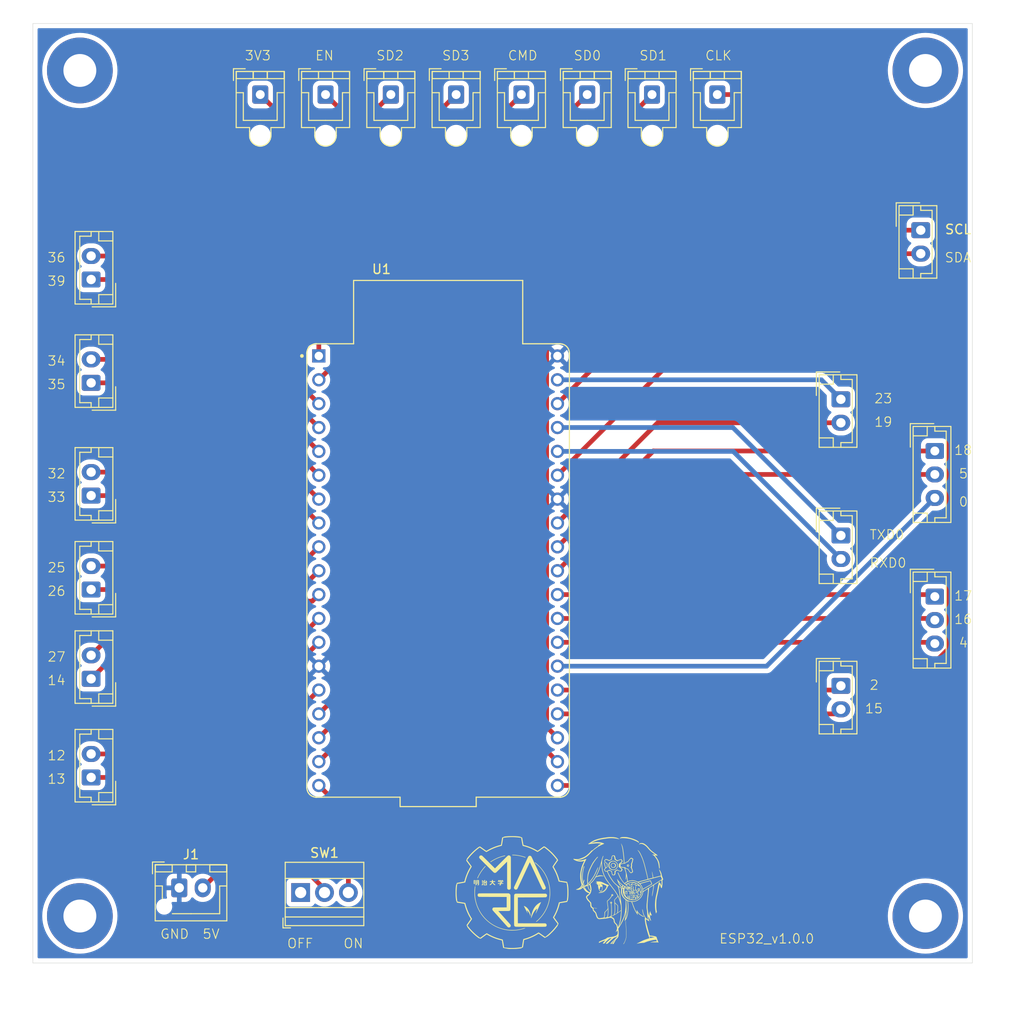
<source format=kicad_pcb>
(kicad_pcb (version 20240108) (generator "pcbnew") (generator_version "8.0")
  (layers (0 "F.Cu" signal) (31 "B.Cu" signal) (34 "B.Paste" user) (35 "F.Paste" user) (36 "B.SilkS" user "B.Silkscreen") (37 "F.SilkS" user "F.Silkscreen") (38 "B.Mask" user) (39 "F.Mask" user) (44 "Edge.Cuts" user))
  (net 0 "")
  (net 1 "Net-(J1-Pin_2)")
  (net 2 "Net-(J2-Pin_1)")
  (net 3 "Net-(J2-Pin_2)")
  (net 4 "Net-(J3-Pin_2)")
  (net 5 "Net-(J3-Pin_1)")
  (net 6 "Net-(J4-Pin_1)")
  (net 7 "Net-(J4-Pin_2)")
  (net 8 "Net-(J5-Pin_2)")
  (net 9 "Net-(J5-Pin_1)")
  (net 10 "Net-(J6-Pin_2)")
  (net 11 "Net-(J6-Pin_1)")
  (net 12 "Net-(J7-Pin_1)")
  (net 13 "Net-(J7-Pin_2)")
  (net 14 "Net-(J8-Pin_1)")
  (net 15 "Net-(J8-Pin_2)")
  (net 16 "Net-(J9-Pin_2)")
  (net 17 "Net-(J9-Pin_1)")
  (net 18 "Net-(J10-Pin_2)")
  (net 19 "Net-(J10-Pin_1)")
  (net 20 "Net-(J11-Pin_1)")
  (net 21 "Net-(J11-Pin_2)")
  (net 22 "Net-(J12-Pin_3)")
  (net 23 "Net-(J12-Pin_1)")
  (net 24 "Net-(J12-Pin_2)")
  (net 25 "Net-(J13-Pin_1)")
  (net 26 "Net-(J13-Pin_2)")
  (net 27 "Net-(J13-Pin_3)")
  (net 28 "Net-(J14-Pin_1)")
  (net 29 "Net-(J15-Pin_1)")
  (net 30 "Net-(J16-Pin_1)")
  (net 31 "Net-(J17-Pin_1)")
  (net 32 "Net-(J18-Pin_1)")
  (net 33 "Net-(J19-Pin_1)")
  (net 34 "Net-(J20-Pin_1)")
  (net 35 "Net-(J21-Pin_1)")
  (net 36 "Net-(SW1-A)")
  (net 38 "GND")
  (footprint "Connector_JST:JST_EH_B2B-EH-A_1x02_P2.50mm_Vertical" (layer "F.Cu") (at 18.2 62.25 90)
    (property "Reference" "J2" (hide yes))
    (property "Value" "Conn_01x02_Socket" (hide yes))
    (pad "1" thru_hole roundrect (at 0 0 90) (size 1.7 2) (drill 1) (layers "*.Cu" "*.Mask") (roundrect_rratio 0.147059) (net 2 "Net-(J2-Pin_1)"))
    (pad "2" thru_hole oval (at 2.5 0 90) (size 1.7 2) (drill 1) (layers "*.Cu" "*.Mask") (net 3 "Net-(J2-Pin_2)"))
  )
  (footprint "Connector_JST:JST_XH_B1B-XH-AM_1x01_P2.50mm_Vertical" (layer "F.Cu") (at 50.1 19.565)
    (property "Reference" "J16" (hide yes))
    (property "Value" "Conn_01x01_Socket" (hide yes))
    (pad "" np_thru_hole circle (at 0 4.35) (size 1.75 1.75) (drill 1.75) (layers "*.Cu" "*.Mask"))
    (pad "1" thru_hole roundrect (at 0 0) (size 1.7 1.95) (drill 0.95) (layers "*.Cu" "*.Mask") (roundrect_rratio 0.147059) (net 30 "Net-(J16-Pin_1)"))
  )
  (footprint "Connector_JST:JST_XH_B2B-XH-AM_1x02_P2.50mm_Vertical" (layer "F.Cu") (at 27.58 104)
    (property "Reference" "J1" (at 1.25 -3.55 0) (layer "F.SilkS"))
    (property "Value" "Conn_01x02_Socket" (hide yes))
    (pad "" np_thru_hole circle (at -1.6 2) (size 1.2 1.2) (drill 1.2) (layers "*.Cu" "*.Mask"))
    (pad "1" thru_hole roundrect (at 0 0) (size 1.7 2) (drill 1) (layers "*.Cu" "*.Mask") (roundrect_rratio 0.147059) (net 38 "GND"))
    (pad "2" thru_hole oval (at 2.5 0) (size 1.7 2) (drill 1) (layers "*.Cu" "*.Mask") (net 1 "Net-(J1-Pin_2)"))
  )
  (footprint "Connector_JST:JST_EH_B2B-EH-A_1x02_P2.50mm_Vertical" (layer "F.Cu") (at 18.2 92.25 90)
    (property "Reference" "J9" (hide yes))
    (property "Value" "Conn_01x02_Socket" (hide yes))
    (pad "1" thru_hole roundrect (at 0 0 90) (size 1.7 2) (drill 1) (layers "*.Cu" "*.Mask") (roundrect_rratio 0.147059) (net 17 "Net-(J9-Pin_1)"))
    (pad "2" thru_hole oval (at 2.5 0 90) (size 1.7 2) (drill 1) (layers "*.Cu" "*.Mask") (net 16 "Net-(J9-Pin_2)"))
  )
  (footprint "liblaly:MODULE_ESP32-DEVKITC-32E" (layer "F.Cu") (at 55.135 70.22)
    (property "Reference" "U1" (at -6.0325 -32.0675 0) (layer "F.SilkS"))
    (property "Value" "ESP32-DEVKITC-32E" (hide yes))
    (pad "J2_1" thru_hole rect (at -12.7 -22.835) (size 1.408 1.408) (drill 0.9) (layers "*.Cu" "*.Mask") (net 28 "Net-(J14-Pin_1)"))
    (pad "J2_2" thru_hole circle (at -12.7 -20.295) (size 1.408 1.408) (drill 0.9) (layers "*.Cu" "*.Mask") (net 29 "Net-(J15-Pin_1)"))
    (pad "J2_3" thru_hole circle (at -12.7 -17.755) (size 1.408 1.408) (drill 0.9) (layers "*.Cu" "*.Mask") (net 21 "Net-(J11-Pin_2)"))
    (pad "J2_4" thru_hole circle (at -12.7 -15.215) (size 1.408 1.408) (drill 0.9) (layers "*.Cu" "*.Mask") (net 20 "Net-(J11-Pin_1)"))
    (pad "J2_5" thru_hole circle (at -12.7 -12.675) (size 1.408 1.408) (drill 0.9) (layers "*.Cu" "*.Mask") (net 18 "Net-(J10-Pin_2)"))
    (pad "J2_6" thru_hole circle (at -12.7 -10.135) (size 1.408 1.408) (drill 0.9) (layers "*.Cu" "*.Mask") (net 19 "Net-(J10-Pin_1)"))
    (pad "J2_7" thru_hole circle (at -12.7 -7.595) (size 1.408 1.408) (drill 0.9) (layers "*.Cu" "*.Mask") (net 3 "Net-(J2-Pin_2)"))
    (pad "J2_8" thru_hole circle (at -12.7 -5.055) (size 1.408 1.408) (drill 0.9) (layers "*.Cu" "*.Mask") (net 2 "Net-(J2-Pin_1)"))
    (pad "J2_9" thru_hole circle (at -12.7 -2.515) (size 1.408 1.408) (drill 0.9) (layers "*.Cu" "*.Mask") (net 13 "Net-(J7-Pin_2)"))
    (pad "J2_10" thru_hole circle (at -12.7 0.025) (size 1.408 1.408) (drill 0.9) (layers "*.Cu" "*.Mask") (net 12 "Net-(J7-Pin_1)"))
    (pad "J2_11" thru_hole circle (at -12.7 2.565) (size 1.408 1.408) (drill 0.9) (layers "*.Cu" "*.Mask") (net 15 "Net-(J8-Pin_2)"))
    (pad "J2_12" thru_hole circle (at -12.7 5.105) (size 1.408 1.408) (drill 0.9) (layers "*.Cu" "*.Mask") (net 14 "Net-(J8-Pin_1)"))
    (pad "J2_13" thru_hole circle (at -12.7 7.645) (size 1.408 1.408) (drill 0.9) (layers "*.Cu" "*.Mask") (net 16 "Net-(J9-Pin_2)"))
    (pad "J2_14" thru_hole circle (at -12.7 10.185) (size 1.408 1.408) (drill 0.9) (layers "*.Cu" "*.Mask") (net 38 "GND"))
    (pad "J2_15" thru_hole circle (at -12.7 12.725) (size 1.408 1.408) (drill 0.9) (layers "*.Cu" "*.Mask") (net 17 "Net-(J9-Pin_1)"))
    (pad "J2_16" thru_hole circle (at -12.7 15.265) (size 1.408 1.408) (drill 0.9) (layers "*.Cu" "*.Mask") (net 30 "Net-(J16-Pin_1)"))
    (pad "J2_17" thru_hole circle (at -12.7 17.805) (size 1.408 1.408) (drill 0.9) (layers "*.Cu" "*.Mask") (net 31 "Net-(J17-Pin_1)"))
    (pad "J2_18" thru_hole circle (at -12.7 20.345) (size 1.408 1.408) (drill 0.9) (layers "*.Cu" "*.Mask") (net 32 "Net-(J18-Pin_1)"))
    (pad "J2_19" thru_hole circle (at -12.7 22.885) (size 1.408 1.408) (drill 0.9) (layers "*.Cu" "*.Mask") (net 36 "Net-(SW1-A)"))
    (pad "J3_1" thru_hole circle (at 12.7 -22.835) (size 1.408 1.408) (drill 0.9) (layers "*.Cu" "*.Mask") (net 38 "GND"))
    (pad "J3_2" thru_hole circle (at 12.7 -20.295) (size 1.408 1.408) (drill 0.9) (layers "*.Cu" "*.Mask") (net 5 "Net-(J3-Pin_1)"))
    (pad "J3_3" thru_hole circle (at 12.7 -17.755) (size 1.408 1.408) (drill 0.9) (layers "*.Cu" "*.Mask") (net 9 "Net-(J5-Pin_1)"))
    (pad "J3_4" thru_hole circle (at 12.7 -15.215) (size 1.408 1.408) (drill 0.9) (layers "*.Cu" "*.Mask") (net 6 "Net-(J4-Pin_1)"))
    (pad "J3_5" thru_hole circle (at 12.7 -12.675) (size 1.408 1.408) (drill 0.9) (layers "*.Cu" "*.Mask") (net 7 "Net-(J4-Pin_2)"))
    (pad "J3_6" thru_hole circle (at 12.7 -10.135) (size 1.408 1.408) (drill 0.9) (layers "*.Cu" "*.Mask") (net 8 "Net-(J5-Pin_2)"))
    (pad "J3_7" thru_hole circle (at 12.7 -7.595) (size 1.408 1.408) (drill 0.9) (layers "*.Cu" "*.Mask") (net 38 "GND"))
    (pad "J3_8" thru_hole circle (at 12.7 -5.055) (size 1.408 1.408) (drill 0.9) (layers "*.Cu" "*.Mask") (net 4 "Net-(J3-Pin_2)"))
    (pad "J3_9" thru_hole circle (at 12.7 -2.515) (size 1.408 1.408) (drill 0.9) (layers "*.Cu" "*.Mask") (net 25 "Net-(J13-Pin_1)"))
    (pad "J3_10" thru_hole circle (at 12.7 0.025) (size 1.408 1.408) (drill 0.9) (layers "*.Cu" "*.Mask") (net 26 "Net-(J13-Pin_2)"))
    (pad "J3_11" thru_hole circle (at 12.7 2.565) (size 1.408 1.408) (drill 0.9) (layers "*.Cu" "*.Mask") (net 23 "Net-(J12-Pin_1)"))
    (pad "J3_12" thru_hole circle (at 12.7 5.105) (size 1.408 1.408) (drill 0.9) (layers "*.Cu" "*.Mask") (net 24 "Net-(J12-Pin_2)"))
    (pad "J3_13" thru_hole circle (at 12.7 7.645) (size 1.408 1.408) (drill 0.9) (layers "*.Cu" "*.Mask") (net 22 "Net-(J12-Pin_3)"))
    (pad "J3_14" thru_hole circle (at 12.7 10.185) (size 1.408 1.408) (drill 0.9) (layers "*.Cu" "*.Mask") (net 27 "Net-(J13-Pin_3)"))
    (pad "J3_15" thru_hole circle (at 12.7 12.725) (size 1.408 1.408) (drill 0.9) (layers "*.Cu" "*.Mask") (net 11 "Net-(J6-Pin_1)"))
    (pad "J3_16" thru_hole circle (at 12.7 15.265) (size 1.408 1.408) (drill 0.9) (layers "*.Cu" "*.Mask") (net 10 "Net-(J6-Pin_2)"))
    (pad "J3_17" thru_hole circle (at 12.7 17.805) (size 1.408 1.408) (drill 0.9) (layers "*.Cu" "*.Mask") (net 33 "Net-(J19-Pin_1)"))
    (pad "J3_18" thru_hole circle (at 12.7 20.345) (size 1.408 1.408) (drill 0.9) (layers "*.Cu" "*.Mask") (net 34 "Net-(J20-Pin_1)"))
    (pad "J3_19" thru_hole circle (at 12.7 22.885) (size 1.408 1.408) (drill 0.9) (layers "*.Cu" "*.Mask") (net 35 "Net-(J21-Pin_1)"))
  )
  (footprint "00a:hole_M3" (layer "F.Cu") (at 107 107)
    (property "Reference" "REF**" (hide yes))
    (property "Value" "hole_M3")
    (pad "1" thru_hole circle (at 0 0) (size 7 7) (drill 3.5) (layers "*.Cu" "*.Mask"))
  )
  (footprint "Connector_JST:JST_EH_B2B-EH-A_1x02_P2.50mm_Vertical" (layer "F.Cu") (at 18.2 72.25 90)
    (property "Reference" "J7" (hide yes))
    (property "Value" "Conn_01x02_Socket" (hide yes))
    (pad "1" thru_hole roundrect (at 0 0 90) (size 1.7 2) (drill 1) (layers "*.Cu" "*.Mask") (roundrect_rratio 0.147059) (net 12 "Net-(J7-Pin_1)"))
    (pad "2" thru_hole oval (at 2.5 0 90) (size 1.7 2) (drill 1) (layers "*.Cu" "*.Mask") (net 13 "Net-(J7-Pin_2)"))
  )
  (footprint "Connector_JST:JST_EH_B3B-EH-A_1x03_P2.50mm_Vertical" (layer "F.Cu") (at 108 57.5 -90)
    (property "Reference" "J13" (hide yes))
    (property "Value" "Conn_01x03_Socket" (hide yes))
    (pad "1" thru_hole roundrect (at 0 0 270) (size 1.7 1.95) (drill 0.95) (layers "*.Cu" "*.Mask") (roundrect_rratio 0.147059) (net 25 "Net-(J13-Pin_1)"))
    (pad "2" thru_hole oval (at 2.5 0 270) (size 1.7 1.95) (drill 0.95) (layers "*.Cu" "*.Mask") (net 26 "Net-(J13-Pin_2)"))
    (pad "3" thru_hole oval (at 5 0 270) (size 1.7 1.95) (drill 0.95) (layers "*.Cu" "*.Mask") (net 27 "Net-(J13-Pin_3)"))
  )
  (footprint "00a:MARC_rogo" (layer "F.Cu") (at 63 104.5)
    (property "Reference" "G***" (hide yes))
    (property "Value" "LOGO" (hide yes))
  )
  (footprint "00a:hole_M3" (layer "F.Cu") (at 17 107)
    (property "Reference" "REF**" (hide yes))
    (property "Value" "hole_M3")
    (pad "1" thru_hole circle (at 0 0) (size 7 7) (drill 3.5) (layers "*.Cu" "*.Mask"))
  )
  (footprint "Connector_JST:JST_XH_B1B-XH-AM_1x01_P2.50mm_Vertical" (layer "F.Cu") (at 71 19.565)
    (property "Reference" "J20" (hide yes))
    (property "Value" "Conn_01x01_Socket" (hide yes))
    (pad "" np_thru_hole circle (at 0 4.35) (size 1.75 1.75) (drill 1.75) (layers "*.Cu" "*.Mask"))
    (pad "1" thru_hole roundrect (at 0 0) (size 1.7 1.95) (drill 0.95) (layers "*.Cu" "*.Mask") (roundrect_rratio 0.147059) (net 34 "Net-(J20-Pin_1)"))
  )
  (footprint "Connector_JST:JST_EH_B2B-EH-A_1x02_P2.50mm_Vertical" (layer "F.Cu") (at 98 82.5 -90)
    (property "Reference" "J6" (hide yes))
    (property "Value" "Conn_01x02_Socket" (hide yes))
    (pad "1" thru_hole roundrect (at 0 0 270) (size 1.7 2) (drill 1) (layers "*.Cu" "*.Mask") (roundrect_rratio 0.147059) (net 11 "Net-(J6-Pin_1)"))
    (pad "2" thru_hole oval (at 2.5 0 270) (size 1.7 2) (drill 1) (layers "*.Cu" "*.Mask") (net 10 "Net-(J6-Pin_2)"))
  )
  (footprint "Connector_JST:JST_XH_B1B-XH-AM_1x01_P2.50mm_Vertical" (layer "F.Cu") (at 43.15 19.565)
    (property "Reference" "J15" (hide yes))
    (property "Value" "Conn_01x01_Socket" (hide yes))
    (pad "" np_thru_hole circle (at 0 4.35) (size 1.75 1.75) (drill 1.75) (layers "*.Cu" "*.Mask"))
    (pad "1" thru_hole roundrect (at 0 0) (size 1.7 1.95) (drill 0.95) (layers "*.Cu" "*.Mask") (roundrect_rratio 0.147059) (net 29 "Net-(J15-Pin_1)"))
  )
  (footprint "00a:hole_M3" (layer "F.Cu") (at 17 17)
    (property "Reference" "REF**" (hide yes))
    (property "Value" "hole_M3")
    (pad "1" thru_hole circle (at 0 0) (size 7 7) (drill 3.5) (layers "*.Cu" "*.Mask"))
  )
  (footprint "Connector_JST:JST_EH_B2B-EH-A_1x02_P2.50mm_Vertical" (layer "F.Cu") (at 18.2 81.75 90)
    (property "Reference" "J8" (hide yes))
    (property "Value" "Conn_01x02_Socket" (hide yes))
    (pad "1" thru_hole roundrect (at 0 0 90) (size 1.7 2) (drill 1) (layers "*.Cu" "*.Mask") (roundrect_rratio 0.147059) (net 14 "Net-(J8-Pin_1)"))
    (pad "2" thru_hole oval (at 2.5 0 90) (size 1.7 2) (drill 1) (layers "*.Cu" "*.Mask") (net 15 "Net-(J8-Pin_2)"))
  )
  (footprint "Connector_JST:JST_XH_B1B-XH-AM_1x01_P2.50mm_Vertical" (layer "F.Cu") (at 57.05 19.565)
    (property "Reference" "J17" (hide yes))
    (property "Value" "Conn_01x01_Socket" (hide yes))
    (pad "" np_thru_hole circle (at 0 4.35) (size 1.75 1.75) (drill 1.75) (layers "*.Cu" "*.Mask"))
    (pad "1" thru_hole roundrect (at 0 0) (size 1.7 1.95) (drill 0.95) (layers "*.Cu" "*.Mask") (roundrect_rratio 0.147059) (net 31 "Net-(J17-Pin_1)"))
  )
  (footprint "Connector_JST:JST_EH_B2B-EH-A_1x02_P2.50mm_Vertical" (layer "F.Cu") (at 98 66.5 -90)
    (property "Reference" "J4" (hide yes))
    (property "Value" "Conn_01x02_Socket" (hide yes))
    (pad "1" thru_hole roundrect (at 0 0 270) (size 1.7 2) (drill 1) (layers "*.Cu" "*.Mask") (roundrect_rratio 0.147059) (net 6 "Net-(J4-Pin_1)"))
    (pad "2" thru_hole oval (at 2.5 0 270) (size 1.7 2) (drill 1) (layers "*.Cu" "*.Mask") (net 7 "Net-(J4-Pin_2)"))
  )
  (footprint "Connector_JST:JST_XH_B1B-XH-AM_1x01_P2.50mm_Vertical" (layer "F.Cu") (at 36.2 19.565)
    (property "Reference" "J14" (hide yes))
    (property "Value" "Conn_01x01_Socket" (hide yes))
    (pad "" np_thru_hole circle (at 0 4.35) (size 1.75 1.75) (drill 1.75) (layers "*.Cu" "*.Mask"))
    (pad "1" thru_hole roundrect (at 0 0) (size 1.7 1.95) (drill 0.95) (layers "*.Cu" "*.Mask") (roundrect_rratio 0.147059) (net 28 "Net-(J14-Pin_1)"))
  )
  (footprint "Connector_JST:JST_EH_B2B-EH-A_1x02_P2.50mm_Vertical" (layer "F.Cu") (at 18.2 39.25 90)
    (property "Reference" "J11" (hide yes))
    (property "Value" "Conn_01x02_Socket" (hide yes))
    (pad "1" thru_hole roundrect (at 0 0 90) (size 1.7 2) (drill 1) (layers "*.Cu" "*.Mask") (roundrect_rratio 0.147059) (net 20 "Net-(J11-Pin_1)"))
    (pad "2" thru_hole oval (at 2.5 0 90) (size 1.7 2) (drill 1) (layers "*.Cu" "*.Mask") (net 21 "Net-(J11-Pin_2)"))
  )
  (footprint "Connector_JST:JST_XH_B1B-XH-AM_1x01_P2.50mm_Vertical" (layer "F.Cu") (at 84.85 19.565)
    (property "Reference" "J21" (hide yes))
    (property "Value" "Conn_01x01_Socket" (hide yes))
    (pad "" np_thru_hole circle (at 0 4.35) (size 1.75 1.75) (drill 1.75) (layers "*.Cu" "*.Mask"))
    (pad "1" thru_hole roundrect (at 0 0) (size 1.7 1.95) (drill 0.95) (layers "*.Cu" "*.Mask") (roundrect_rratio 0.147059) (net 35 "Net-(J21-Pin_1)"))
  )
  (footprint "Connector_JST:JST_XH_B1B-XH-AM_1x01_P2.50mm_Vertical" (layer "F.Cu") (at 77.9 19.565)
    (property "Reference" "J19" (hide yes))
    (property "Value" "Conn_01x01_Socket" (hide yes))
    (pad "" np_thru_hole circle (at 0 4.35) (size 1.75 1.75) (drill 1.75) (layers "*.Cu" "*.Mask"))
    (pad "1" thru_hole roundrect (at 0 0) (size 1.7 1.95) (drill 0.95) (layers "*.Cu" "*.Mask") (roundrect_rratio 0.147059) (net 33 "Net-(J19-Pin_1)"))
  )
  (footprint "Connector_JST:JST_EH_B2B-EH-A_1x02_P2.50mm_Vertical" (layer "F.Cu") (at 106.5 34 -90)
    (property "Reference" "J5" (hide yes))
    (property "Value" "is2" (hide yes))
    (pad "1" thru_hole roundrect (at 0 0 270) (size 1.7 2) (drill 1) (layers "*.Cu" "*.Mask") (roundrect_rratio 0.147059) (net 9 "Net-(J5-Pin_1)"))
    (pad "2" thru_hole oval (at 2.5 0 270) (size 1.7 2) (drill 1) (layers "*.Cu" "*.Mask") (net 8 "Net-(J5-Pin_2)"))
  )
  (footprint "TerminalBlock:TerminalBlock_Xinya_XY308-2.54-3P_1x03_P2.54mm_Horizontal" (layer "F.Cu") (at 40.5 104.5)
    (property "Reference" "SW1" (at 2.54 -4.22 0) (layer "F.SilkS"))
    (property "Value" "SW_Nidec_CAS-120A1" (hide yes))
    (pad "1" thru_hole rect (at 0 0) (size 2 2) (drill 1.2) (layers "*.Cu" "*.Mask"))
    (pad "2" thru_hole circle (at 2.54 0) (size 2 2) (drill 1.2) (layers "*.Cu" "*.Mask") (net 1 "Net-(J1-Pin_2)"))
    (pad "3" thru_hole circle (at 5.08 0) (size 2 2) (drill 1.2) (layers "*.Cu" "*.Mask") (net 36 "Net-(SW1-A)"))
  )
  (footprint "Connector_JST:JST_EH_B2B-EH-A_1x02_P2.50mm_Vertical" (layer "F.Cu") (at 18.2 50.25 90)
    (property "Reference" "J10" (hide yes))
    (property "Value" "Conn_01x02_Socket" (hide yes))
    (pad "1" thru_hole roundrect (at 0 0 90) (size 1.7 2) (drill 1) (layers "*.Cu" "*.Mask") (roundrect_rratio 0.147059) (net 19 "Net-(J10-Pin_1)"))
    (pad "2" thru_hole oval (at 2.5 0 90) (size 1.7 2) (drill 1) (layers "*.Cu" "*.Mask") (net 18 "Net-(J10-Pin_2)"))
  )
  (footprint "00a:nuron" (layer "F.Cu") (at 75 104)
    (property "Reference" "G***" (hide yes))
    (property "Value" "LOGO" (hide yes))
  )
  (footprint "Connector_JST:JST_XH_B1B-XH-AM_1x01_P2.50mm_Vertical" (layer "F.Cu") (at 64 19.565)
    (property "Reference" "J18" (hide yes))
    (property "Value" "Conn_01x01_Socket" (hide yes))
    (pad "" np_thru_hole circle (at 0 4.35) (size 1.75 1.75) (drill 1.75) (layers "*.Cu" "*.Mask"))
    (pad "1" thru_hole roundrect (at 0 0) (size 1.7 1.95) (drill 0.95) (layers "*.Cu" "*.Mask") (roundrect_rratio 0.147059) (net 32 "Net-(J18-Pin_1)"))
  )
  (footprint "Connector_JST:JST_EH_B2B-EH-A_1x02_P2.50mm_Vertical" (layer "F.Cu") (at 98 52 -90)
    (property "Reference" "J3" (hide yes))
    (property "Value" "Conn_01x02_Socket" (hide yes))
    (pad "1" thru_hole roundrect (at 0 0 270) (size 1.7 2) (drill 1) (layers "*.Cu" "*.Mask") (roundrect_rratio 0.147059) (net 5 "Net-(J3-Pin_1)"))
    (pad "2" thru_hole oval (at 2.5 0 270) (size 1.7 2) (drill 1) (layers "*.Cu" "*.Mask") (net 4 "Net-(J3-Pin_2)"))
  )
  (footprint "00a:hole_M3" (layer "F.Cu") (at 107 17)
    (property "Reference" "REF**" (hide yes))
    (property "Value" "hole_M3")
    (pad "1" thru_hole circle (at 0 0) (size 7 7) (drill 3.5) (layers "*.Cu" "*.Mask"))
  )
  (footprint "Connector_JST:JST_EH_B3B-EH-A_1x03_P2.50mm_Vertical" (layer "F.Cu") (at 108 73 -90)
    (property "Reference" "J12" (hide yes))
    (property "Value" "Conn_01x03_Socket" (hide yes))
    (pad "1" thru_hole roundrect (at 0 0 270) (size 1.7 1.95) (drill 0.95) (layers "*.Cu" "*.Mask") (roundrect_rratio 0.147059) (net 23 "Net-(J12-Pin_1)"))
    (pad "2" thru_hole oval (at 2.5 0 270) (size 1.7 1.95) (drill 0.95) (layers "*.Cu" "*.Mask") (net 24 "Net-(J12-Pin_2)"))
    (pad "3" thru_hole oval (at 5 0 270) (size 1.7 1.95) (drill 0.95) (layers "*.Cu" "*.Mask") (net 22 "Net-(J12-Pin_3)"))
  )
  (gr_rect (start 12 12) (end 112 112) (stroke (width 0.05)) (fill none) (layer "Edge.Cuts"))
  (gr_text "27" (at 13.5 80 0) (layer "F.SilkS") (effects (font (size 1 1) (thickness 0.1)) (justify left bottom)))
  (gr_text "2" (at 101 83 0) (layer "F.SilkS") (effects (font (size 1 1) (thickness 0.1)) (justify left bottom)))
  (gr_text "SD3" (at 55.5 16 0) (layer "F.SilkS") (effects (font (size 1 1) (thickness 0.1)) (justify left bottom)))
  (gr_text "19" (at 101.5 55 0) (layer "F.SilkS") (effects (font (size 1 1) (thickness 0.1)) (justify left bottom)))
  (gr_text "GND" (at 25.5 109.5 0) (layer "F.SilkS") (effects (font (size 1 1) (thickness 0.1)) (justify left bottom)))
  (gr_text "39" (at 13.5 40 0) (layer "F.SilkS") (effects (font (size 1 1) (thickness 0.1)) (justify left bottom)))
  (gr_text "35" (at 13.5 51 0) (layer "F.SilkS") (effects (font (size 1 1) (thickness 0.1)) (justify left bottom)))
  (gr_text "25" (at 13.5 70.5 0) (layer "F.SilkS") (effects (font (size 1 1) (thickness 0.1)) (justify left bottom)))
  (gr_text "3V3" (at 34.5 16 0) (layer "F.SilkS") (effects (font (size 1 1) (thickness 0.1)) (justify left bottom)))
  (gr_text "SD2\n" (at 48.5 16 0) (layer "F.SilkS") (effects (font (size 1 1) (thickness 0.1)) (justify left bottom)))
  (gr_text "SD1" (at 76.5 16 0) (layer "F.SilkS") (effects (font (size 1 1) (thickness 0.1)) (justify left bottom)))
  (gr_text "34" (at 13.5 48.5 0) (layer "F.SilkS") (effects (font (size 1 1) (thickness 0.1)) (justify left bottom)))
  (gr_text "TXD0" (at 101 67 0) (layer "F.SilkS") (effects (font (size 1 1) (thickness 0.1)) (justify left bottom)))
  (gr_text "32" (at 13.5 60.5 0) (layer "F.SilkS") (effects (font (size 1 1) (thickness 0.1)) (justify left bottom)))
  (gr_text "CLK" (at 83.5 16 0) (layer "F.SilkS") (effects (font (size 1 1) (thickness 0.1)) (justify left bottom)))
  (gr_text "14" (at 13.5 82.5 0) (layer "F.SilkS") (effects (font (size 1 1) (thickness 0.1)) (justify left bottom)))
  (gr_text "17" (at 110 73.5 0) (layer "F.SilkS") (effects (font (size 1 1) (thickness 0.1)) (justify left bottom)))
  (gr_text "4" (at 110.5 78.5 0) (layer "F.SilkS") (effects (font (size 1 1) (thickness 0.1)) (justify left bottom)))
  (gr_text "16" (at 110 76 0) (layer "F.SilkS") (effects (font (size 1 1) (thickness 0.1)) (justify left bottom)))
  (gr_text "0" (at 110.5 63.5 0) (layer "F.SilkS") (effects (font (size 1 1) (thickness 0.1)) (justify left bottom)))
  (gr_text "13" (at 13.5 93 0) (layer "F.SilkS") (effects (font (size 1 1) (thickness 0.1)) (justify left bottom)))
  (gr_text "SD0\n" (at 69.5 16 0) (layer "F.SilkS") (effects (font (size 1 1) (thickness 0.1)) (justify left bottom)))
  (gr_text "CMD" (at 62.5 16 0) (layer "F.SilkS") (effects (font (size 1 1) (thickness 0.1)) (justify left bottom)))
  (gr_text "36" (at 13.5 37.5 0) (layer "F.SilkS") (effects (font (size 1 1) (thickness 0.1)) (justify left bottom)))
  (gr_text "RXD0" (at 101 70 0) (layer "F.SilkS") (effects (font (size 1 1) (thickness 0.1)) (justify left bottom)))
  (gr_text "26" (at 13.5 73 0) (layer "F.SilkS") (effects (font (size 1 1) (thickness 0.1)) (justify left bottom)))
  (gr_text "5V" (at 30 109.5 0) (layer "F.SilkS") (effects (font (size 1 1) (thickness 0.1)) (justify left bottom)))
  (gr_text "ESP32_v1.0.0" (at 85 110 0) (layer "F.SilkS") (effects (font (size 1 1) (thickness 0.1)) (justify left bottom)))
  (gr_text "18" (at 110 58 0) (layer "F.SilkS") (effects (font (size 1 1) (thickness 0.1)) (justify left bottom)))
  (gr_text "5" (at 110.5 60.5 0) (layer "F.SilkS") (effects (font (size 1 1) (thickness 0.1)) (justify left bottom)))
  (gr_text "33" (at 13.5 63 0) (layer "F.SilkS") (effects (font (size 1 1) (thickness 0.1)) (justify left bottom)))
  (gr_text "OFF\n" (at 39 110.5 0) (layer "F.SilkS") (effects (font (size 1 1) (thickness 0.1)) (justify left bottom)))
  (gr_text "EN" (at 42 16 0) (layer "F.SilkS") (effects (font (size 1 1) (thickness 0.1)) (justify left bottom)))
  (gr_text "12" (at 13.5 90.5 0) (layer "F.SilkS") (effects (font (size 1 1) (thickness 0.1)) (justify left bottom)))
  (gr_text "ON" (at 45 110.5 0) (layer "F.SilkS") (effects (font (size 1 1) (thickness 0.1)) (justify left bottom)))
  (gr_text "15" (at 100.5 85.5 0) (layer "F.SilkS") (effects (font (size 1 1) (thickness 0.1)) (justify left bottom)))
  (gr_text "SDA" (at 109 37.5 0) (layer "F.SilkS") (effects (font (size 1 1) (thickness 0.1)) (justify left bottom)))
  (gr_text "SCL" (at 109 34.5 0) (layer "F.SilkS") (effects (font (size 1 1)) (justify left bottom)))
  (gr_text "23" (at 101.5 52.5 0) (layer "F.SilkS") (effects (font (size 1 1) (thickness 0.1)) (justify left bottom)))
  (segment (start 43.04 104.14) (end 43.04 104.5) (width 0.5) (layer "F.Cu") (net 1))
  (segment (start 31.58 102.5) (end 41.4 102.5) (width 0.5) (layer "F.Cu") (net 1))
  (segment (start 41.4 102.5) (end 43.04 104.14) (width 0.5) (layer "F.Cu") (net 1))
  (segment (start 30.08 104) (end 31.58 102.5) (width 0.5) (layer "F.Cu") (net 1))
  (segment (start 18.2 62.25) (end 39.52 62.25) (width 0.5) (layer "F.Cu") (net 2))
  (segment (start 39.52 62.25) (end 42.435 65.165) (width 0.5) (layer "F.Cu") (net 2))
  (segment (start 39.56 59.75) (end 18.2 59.75) (width 0.5) (layer "F.Cu") (net 3))
  (segment (start 42.435 62.625) (end 39.56 59.75) (width 0.5) (layer "F.Cu") (net 3))
  (segment (start 78.5 54.5) (end 98 54.5) (width 0.5) (layer "F.Cu") (net 4))
  (segment (start 67.835 65.165) (end 78.5 54.5) (width 0.5) (layer "F.Cu") (net 4))
  (segment (start 95.925 49.925) (end 98 52) (width 0.5) (layer "B.Cu") (net 5))
  (segment (start 67.835 49.925) (end 95.925 49.925) (width 0.5) (layer "B.Cu") (net 5))
  (segment (start 86.505 55.005) (end 98 66.5) (width 0.5) (layer "B.Cu") (net 6))
  (segment (start 67.835 55.005) (end 86.505 55.005) (width 0.5) (layer "B.Cu") (net 6))
  (segment (start 67.835 57.545) (end 86.545 57.545) (width 0.5) (layer "B.Cu") (net 7))
  (segment (start 86.545 57.545) (end 98 69) (width 0.5) (layer "B.Cu") (net 7))
  (segment (start 91.42 36.5) (end 106.5 36.5) (width 0.5) (layer "F.Cu") (net 8))
  (segment (start 67.835 60.085) (end 91.42 36.5) (width 0.5) (layer "F.Cu") (net 8))
  (segment (start 67.835 52.465) (end 86.3 34) (width 0.5) (layer "F.Cu") (net 9))
  (segment (start 86.3 34) (end 106.5 34) (width 0.5) (layer "F.Cu") (net 9))
  (segment (start 67.835 85.485) (end 97.515 85.485) (width 0.5) (layer "F.Cu") (net 10))
  (segment (start 97.515 85.485) (end 98 85) (width 0.5) (layer "F.Cu") (net 10))
  (segment (start 67.835 82.945) (end 97.555 82.945) (width 0.5) (layer "F.Cu") (net 11))
  (segment (start 97.555 82.945) (end 98 82.5) (width 0.5) (layer "F.Cu") (net 11))
  (segment (start 40.43 72.25) (end 42.435 70.245) (width 0.5) (layer "F.Cu") (net 12))
  (segment (start 18.2 72.25) (end 40.43 72.25) (width 0.5) (layer "F.Cu") (net 12))
  (segment (start 40.39 69.75) (end 42.435 67.705) (width 0.5) (layer "F.Cu") (net 13))
  (segment (start 18.2 69.75) (end 40.39 69.75) (width 0.5) (layer "F.Cu") (net 13))
  (segment (start 20.699 79.251) (end 38.509 79.251) (width 0.5) (layer "F.Cu") (net 14))
  (segment (start 38.509 79.251) (end 42.435 75.325) (width 0.5) (layer "F.Cu") (net 14))
  (segment (start 18.2 81.75) (end 20.699 79.251) (width 0.5) (layer "F.Cu") (net 14))
  (segment (start 23.961 73.489) (end 18.2 79.25) (width 0.5) (layer "F.Cu") (net 15))
  (segment (start 42.435 72.785) (end 41.731 73.489) (width 0.5) (layer "F.Cu") (net 15))
  (segment (start 41.731 73.489) (end 23.961 73.489) (width 0.5) (layer "F.Cu") (net 15))
  (segment (start 18.2 89.75) (end 30.55 89.75) (width 0.5) (layer "F.Cu") (net 16))
  (segment (start 30.55 89.75) (end 42.435 77.865) (width 0.5) (layer "F.Cu") (net 16))
  (segment (start 33.13 92.25) (end 42.435 82.945) (width 0.5) (layer "F.Cu") (net 17))
  (segment (start 18.2 92.25) (end 33.13 92.25) (width 0.5) (layer "F.Cu") (net 17))
  (segment (start 32.64 47.75) (end 18.2 47.75) (width 0.5) (layer "F.Cu") (net 18))
  (segment (start 42.435 57.545) (end 32.64 47.75) (width 0.5) (layer "F.Cu") (net 18))
  (segment (start 18.2 50.25) (end 32.6 50.25) (width 0.5) (layer "F.Cu") (net 19))
  (segment (start 32.6 50.25) (end 42.435 60.085) (width 0.5) (layer "F.Cu") (net 19))
  (segment (start 18.2 39.25) (end 26.68 39.25) (width 0.5) (layer "F.Cu") (net 20))
  (segment (start 26.68 39.25) (end 42.435 55.005) (width 0.5) (layer "F.Cu") (net 20))
  (segment (start 26.72 36.75) (end 42.435 52.465) (width 0.5) (layer "F.Cu") (net 21))
  (segment (start 18.2 36.75) (end 26.72 36.75) (width 0.5) (layer "F.Cu") (net 21))
  (segment (start 107.865 77.865) (end 108 78) (width 0.5) (layer "F.Cu") (net 22))
  (segment (start 67.835 77.865) (end 107.865 77.865) (width 0.5) (layer "F.Cu") (net 22))
  (segment (start 67.835 72.785) (end 107.785 72.785) (width 0.5) (layer "F.Cu") (net 23))
  (segment (start 107.785 72.785) (end 108 73) (width 0.5) (layer "F.Cu") (net 23))
  (segment (start 67.835 75.325) (end 107.825 75.325) (width 0.5) (layer "F.Cu") (net 24))
  (segment (start 107.825 75.325) (end 108 75.5) (width 0.5) (layer "F.Cu") (net 24))
  (segment (start 78.04 57.5) (end 108 57.5) (width 0.5) (layer "F.Cu") (net 25))
  (segment (start 67.835 67.705) (end 78.04 57.5) (width 0.5) (layer "F.Cu") (net 25))
  (segment (start 67.835 70.245) (end 78.08 60) (width 0.5) (layer "F.Cu") (net 26))
  (segment (start 78.08 60) (end 108 60) (width 0.5) (layer "F.Cu") (net 26))
  (segment (start 90.095 80.405) (end 67.835 80.405) (width 0.5) (layer "B.Cu") (net 27))
  (segment (start 108 62.5) (end 90.095 80.405) (width 0.5) (layer "B.Cu") (net 27))
  (segment (start 36.2 19.565) (end 42.435 25.8) (width 0.5) (layer "F.Cu") (net 28))
  (segment (start 42.435 25.8) (end 42.435 47.385) (width 0.5) (layer "F.Cu") (net 28))
  (segment (start 43.15 19.565) (end 44.525 20.94) (width 0.5) (layer "F.Cu") (net 29))
  (segment (start 44.525 20.94) (end 44.525 47.835) (width 0.5) (layer "F.Cu") (net 29))
  (segment (start 44.525 47.835) (end 42.435 49.925) (width 0.5) (layer "F.Cu") (net 29))
  (segment (start 50.1 19.565) (end 45.225 24.44) (width 0.5) (layer "F.Cu") (net 30))
  (segment (start 45.225 24.44) (end 45.225 82.695) (width 0.5) (layer "F.Cu") (net 30))
  (segment (start 45.225 82.695) (end 42.435 85.485) (width 0.5) (layer "F.Cu") (net 30))
  (segment (start 57.05 19.565) (end 45.925 30.69) (width 0.5) (layer "F.Cu") (net 31))
  (segment (start 45.925 30.69) (end 45.925 84.535) (width 0.5) (layer "F.Cu") (net 31))
  (segment (start 45.925 84.535) (end 42.435 88.025) (width 0.5) (layer "F.Cu") (net 31))
  (segment (start 50 83) (end 42.435 90.565) (width 0.5) (layer "F.Cu") (net 32))
  (segment (start 50 33.565) (end 50 83) (width 0.5) (layer "F.Cu") (net 32))
  (segment (start 64 19.565) (end 50 33.565) (width 0.5) (layer "F.Cu") (net 32))
  (segment (start 77.9 19.565) (end 66.681 30.784) (width 0.5) (layer "F.Cu") (net 33))
  (segment (start 66.681 86.871) (end 67.835 88.025) (width 0.5) (layer "F.Cu") (net 33))
  (segment (start 66.681 30.784) (end 66.681 86.871) (width 0.5) (layer "F.Cu") (net 33))
  (segment (start 65.981 88.711) (end 67.835 90.565) (width 0.5) (layer "F.Cu") (net 34))
  (segment (start 71 19.565) (end 65.981 24.584) (width 0.5) (layer "F.Cu") (net 34))
  (segment (start 65.981 24.584) (end 65.981 88.711) (width 0.5) (layer "F.Cu") (net 34))
  (segment (start 109.45 78.55) (end 94.895 93.105) (width 0.5) (layer "F.Cu") (net 35))
  (segment (start 94.895 93.105) (end 67.835 93.105) (width 0.5) (layer "F.Cu") (net 35))
  (segment (start 109.45 33.103122) (end 109.45 78.55) (width 0.5) (layer "F.Cu") (net 35))
  (segment (start 84.85 19.565) (end 95.911878 19.565) (width 0.5) (layer "F.Cu") (net 35))
  (segment (start 95.911878 19.565) (end 109.45 33.103122) (width 0.5) (layer "F.Cu") (net 35))
  (segment (start 45.58 96.25) (end 42.435 93.105) (width 0.5) (layer "F.Cu") (net 36))
  (segment (start 45.58 104.5) (end 45.58 96.25) (width 0.5) (layer "F.Cu") (net 36))
  (zone (net 38) (net_name "GND") (layer "B.Cu") (connect_pads (clearance 0.5)) (min_thickness 0.25) (fill yes (thermal_gap 0.5) (thermal_bridge_width 0.5))
    (polygon (pts (xy 10.5 10.5) (xy 117 10.5) (xy 117.5 118) (xy 8.5 118.5) (xy 8.5 9.5)))
  )
)
</source>
